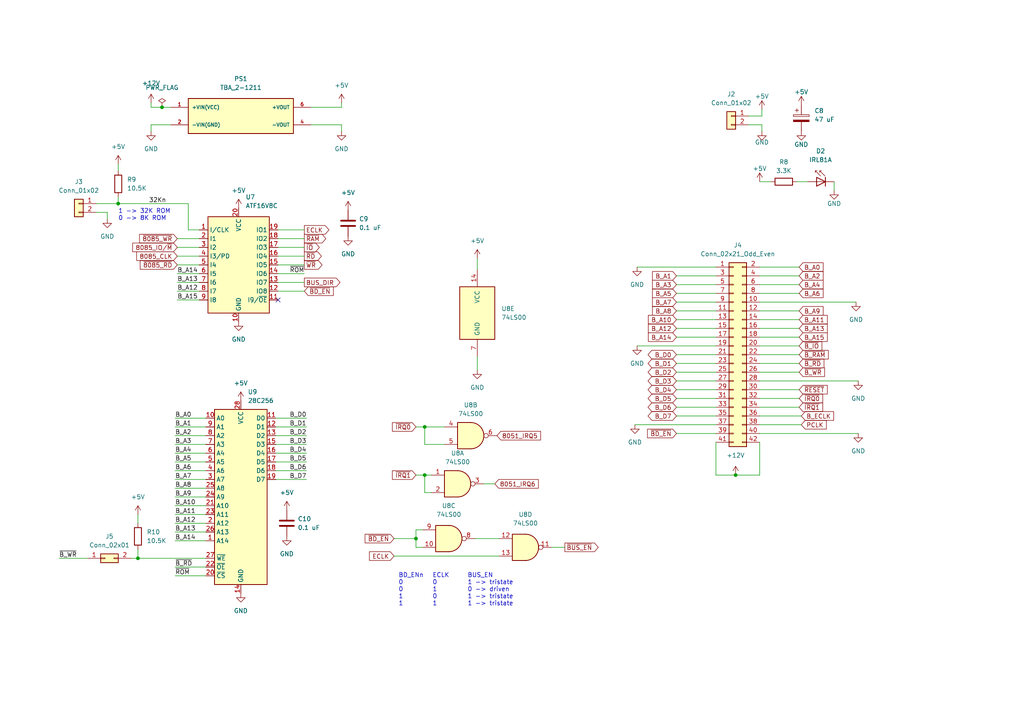
<source format=kicad_sch>
(kicad_sch (version 20230121) (generator eeschema)
  (paper "A4")
  (lib_symbols
    (symbol "0_JDL:ATF16V8C"
      (property "Reference" "U" (at 2.54 16.51 0))
      (property "Value" "ATF16V8C" (at 5.08 13.97 0))
      (symbol "ATF16V8C_0_1"
        (rectangle (start -8.89 12.7) (end 8.89 -15.24) (stroke (width 0.254)) (fill (type background)))
      )
      (symbol "ATF16V8C_1_1"
        (pin input line (at -11.43 8.89 0) (length 2.54) (name "I/CLK") (number "1"))
        (pin power_in line (at 0 -17.78 90) (length 2.54) (name "GND") (number "10"))
        (pin bidirectional line (at 11.43 -11.43 180) (length 2.54) (name "I9/~{OE}") (number "11"))
        (pin bidirectional line (at 11.43 -8.89 180) (length 2.54) (name "IO8") (number "12"))
        (pin bidirectional line (at 11.43 -6.35 180) (length 2.54) (name "IO7") (number "13"))
        (pin bidirectional line (at 11.43 -3.81 180) (length 2.54) (name "IO6") (number "14"))
        (pin bidirectional line (at 11.43 -1.27 180) (length 2.54) (name "IO5") (number "15"))
        (pin bidirectional line (at 11.43 1.27 180) (length 2.54) (name "IO4") (number "16"))
        (pin bidirectional line (at 11.43 3.81 180) (length 2.54) (name "IO3") (number "17"))
        (pin bidirectional line (at 11.43 6.35 180) (length 2.54) (name "IO2") (number "18"))
        (pin bidirectional line (at 11.43 8.89 180) (length 2.54) (name "IO1") (number "19"))
        (pin input line (at -11.43 6.35 0) (length 2.54) (name "I1") (number "2"))
        (pin power_in line (at 0 15.24 270) (length 2.54) (name "VCC") (number "20"))
        (pin input line (at -11.43 3.81 0) (length 2.54) (name "I2") (number "3"))
        (pin input line (at -11.43 1.27 0) (length 2.54) (name "I3/PD") (number "4"))
        (pin input line (at -11.43 -1.27 0) (length 2.54) (name "I4") (number "5"))
        (pin input line (at -11.43 -3.81 0) (length 2.54) (name "I5") (number "6"))
        (pin input line (at -11.43 -6.35 0) (length 2.54) (name "I6") (number "7"))
        (pin input line (at -11.43 -8.89 0) (length 2.54) (name "I7") (number "8"))
        (pin input line (at -11.43 -11.43 0) (length 2.54) (name "I8") (number "9"))
      )
    )
    (symbol "74xx:74LS00" (pin_names (offset 1.016))
      (property "Reference" "U" (at 0 1.27 0))
      (property "Value" "74LS00" (at 0 -1.27 0))
      (symbol "74LS00_1_1"
        (arc (start 0 -3.81) (mid 3.7934 0) (end 0 3.81) (stroke (width 0.254)) (fill (type background)))
        (polyline (pts (xy 0 3.81) (xy -3.81 3.81) (xy -3.81 -3.81) (xy 0 -3.81)) (stroke (width 0.254)) (fill (type background)))
        (pin input line (at -7.62 2.54 0) (length 3.81) (name "~") (number "1"))
        (pin input line (at -7.62 -2.54 0) (length 3.81) (name "~") (number "2"))
        (pin output inverted (at 7.62 0 180) (length 3.81) (name "~") (number "3"))
      )
      (symbol "74LS00_1_2"
        (arc (start -3.81 -3.81) (mid -2.589 0) (end -3.81 3.81) (stroke (width 0.254)))
        (arc (start -0.6096 -3.81) (mid 2.1842 -2.5851) (end 3.81 0) (stroke (width 0.254)) (fill (type background)))
        (polyline (pts (xy -3.81 -3.81) (xy -0.635 -3.81)) (stroke (width 0.254)) (fill (type background)))
        (polyline (pts (xy -3.81 3.81) (xy -0.635 3.81)) (stroke (width 0.254)) (fill (type background)))
        (polyline (pts (xy -0.635 3.81) (xy -3.81 3.81) (xy -3.81 3.81) (xy -3.556 3.4036) (xy -3.0226 2.2606) (xy -2.6924 1.0414) (xy -2.6162 -0.254) (xy -2.7686 -1.4986) (xy -3.175 -2.7178) (xy -3.81 -3.81) (xy -3.81 -3.81) (xy -0.635 -3.81)) (stroke (width -25.4)) (fill (type background)))
        (arc (start 3.81 0) (mid 2.1915 2.5936) (end -0.6096 3.81) (stroke (width 0.254)) (fill (type background)))
        (pin input inverted (at -7.62 2.54 0) (length 4.318) (name "~") (number "1"))
        (pin input inverted (at -7.62 -2.54 0) (length 4.318) (name "~") (number "2"))
        (pin output line (at 7.62 0 180) (length 3.81) (name "~") (number "3"))
      )
      (symbol "74LS00_2_1"
        (arc (start 0 -3.81) (mid 3.7934 0) (end 0 3.81) (stroke (width 0.254)) (fill (type background)))
        (polyline (pts (xy 0 3.81) (xy -3.81 3.81) (xy -3.81 -3.81) (xy 0 -3.81)) (stroke (width 0.254)) (fill (type background)))
        (pin input line (at -7.62 2.54 0) (length 3.81) (name "~") (number "4"))
        (pin input line (at -7.62 -2.54 0) (length 3.81) (name "~") (number "5"))
        (pin output inverted (at 7.62 0 180) (length 3.81) (name "~") (number "6"))
      )
      (symbol "74LS00_2_2"
        (arc (start -3.81 -3.81) (mid -2.589 0) (end -3.81 3.81) (stroke (width 0.254)))
        (arc (start -0.6096 -3.81) (mid 2.1842 -2.5851) (end 3.81 0) (stroke (width 0.254)) (fill (type background)))
        (polyline (pts (xy -3.81 -3.81) (xy -0.635 -3.81)) (stroke (width 0.254)) (fill (type background)))
        (polyline (pts (xy -3.81 3.81) (xy -0.635 3.81)) (stroke (width 0.254)) (fill (type background)))
        (polyline (pts (xy -0.635 3.81) (xy -3.81 3.81) (xy -3.81 3.81) (xy -3.556 3.4036) (xy -3.0226 2.2606) (xy -2.6924 1.0414) (xy -2.6162 -0.254) (xy -2.7686 -1.4986) (xy -3.175 -2.7178) (xy -3.81 -3.81) (xy -3.81 -3.81) (xy -0.635 -3.81)) (stroke (width -25.4)) (fill (type background)))
        (arc (start 3.81 0) (mid 2.1915 2.5936) (end -0.6096 3.81) (stroke (width 0.254)) (fill (type background)))
        (pin input inverted (at -7.62 2.54 0) (length 4.318) (name "~") (number "4"))
        (pin input inverted (at -7.62 -2.54 0) (length 4.318) (name "~") (number "5"))
        (pin output line (at 7.62 0 180) (length 3.81) (name "~") (number "6"))
      )
      (symbol "74LS00_3_1"
        (arc (start 0 -3.81) (mid 3.7934 0) (end 0 3.81) (stroke (width 0.254)) (fill (type background)))
        (polyline (pts (xy 0 3.81) (xy -3.81 3.81) (xy -3.81 -3.81) (xy 0 -3.81)) (stroke (width 0.254)) (fill (type background)))
        (pin input line (at -7.62 -2.54 0) (length 3.81) (name "~") (number "10"))
        (pin output inverted (at 7.62 0 180) (length 3.81) (name "~") (number "8"))
        (pin input line (at -7.62 2.54 0) (length 3.81) (name "~") (number "9"))
      )
      (symbol "74LS00_3_2"
        (arc (start -3.81 -3.81) (mid -2.589 0) (end -3.81 3.81) (stroke (width 0.254)))
        (arc (start -0.6096 -3.81) (mid 2.1842 -2.5851) (end 3.81 0) (stroke (width 0.254)) (fill (type background)))
        (polyline (pts (xy -3.81 -3.81) (xy -0.635 -3.81)) (stroke (width 0.254)) (fill (type background)))
        (polyline (pts (xy -3.81 3.81) (xy -0.635 3.81)) (stroke (width 0.254)) (fill (type background)))
        (polyline (pts (xy -0.635 3.81) (xy -3.81 3.81) (xy -3.81 3.81) (xy -3.556 3.4036) (xy -3.0226 2.2606) (xy -2.6924 1.0414) (xy -2.6162 -0.254) (xy -2.7686 -1.4986) (xy -3.175 -2.7178) (xy -3.81 -3.81) (xy -3.81 -3.81) (xy -0.635 -3.81)) (stroke (width -25.4)) (fill (type background)))
        (arc (start 3.81 0) (mid 2.1915 2.5936) (end -0.6096 3.81) (stroke (width 0.254)) (fill (type background)))
        (pin input inverted (at -7.62 -2.54 0) (length 4.318) (name "~") (number "10"))
        (pin output line (at 7.62 0 180) (length 3.81) (name "~") (number "8"))
        (pin input inverted (at -7.62 2.54 0) (length 4.318) (name "~") (number "9"))
      )
      (symbol "74LS00_4_1"
        (arc (start 0 -3.81) (mid 3.7934 0) (end 0 3.81) (stroke (width 0.254)) (fill (type background)))
        (polyline (pts (xy 0 3.81) (xy -3.81 3.81) (xy -3.81 -3.81) (xy 0 -3.81)) (stroke (width 0.254)) (fill (type background)))
        (pin output inverted (at 7.62 0 180) (length 3.81) (name "~") (number "11"))
        (pin input line (at -7.62 2.54 0) (length 3.81) (name "~") (number "12"))
        (pin input line (at -7.62 -2.54 0) (length 3.81) (name "~") (number "13"))
      )
      (symbol "74LS00_4_2"
        (arc (start -3.81 -3.81) (mid -2.589 0) (end -3.81 3.81) (stroke (width 0.254)))
        (arc (start -0.6096 -3.81) (mid 2.1842 -2.5851) (end 3.81 0) (stroke (width 0.254)) (fill (type background)))
        (polyline (pts (xy -3.81 -3.81) (xy -0.635 -3.81)) (stroke (width 0.254)) (fill (type background)))
        (polyline (pts (xy -3.81 3.81) (xy -0.635 3.81)) (stroke (width 0.254)) (fill (type background)))
        (polyline (pts (xy -0.635 3.81) (xy -3.81 3.81) (xy -3.81 3.81) (xy -3.556 3.4036) (xy -3.0226 2.2606) (xy -2.6924 1.0414) (xy -2.6162 -0.254) (xy -2.7686 -1.4986) (xy -3.175 -2.7178) (xy -3.81 -3.81) (xy -3.81 -3.81) (xy -0.635 -3.81)) (stroke (width -25.4)) (fill (type background)))
        (arc (start 3.81 0) (mid 2.1915 2.5936) (end -0.6096 3.81) (stroke (width 0.254)) (fill (type background)))
        (pin output line (at 7.62 0 180) (length 3.81) (name "~") (number "11"))
        (pin input inverted (at -7.62 2.54 0) (length 4.318) (name "~") (number "12"))
        (pin input inverted (at -7.62 -2.54 0) (length 4.318) (name "~") (number "13"))
      )
      (symbol "74LS00_5_0"
        (pin power_in line (at 0 12.7 270) (length 5.08) (name "VCC") (number "14"))
        (pin power_in line (at 0 -12.7 90) (length 5.08) (name "GND") (number "7"))
      )
      (symbol "74LS00_5_1"
        (rectangle (start -5.08 7.62) (end 5.08 -7.62) (stroke (width 0.254)) (fill (type background)))
      )
    )
    (symbol "Connector_Generic:Conn_01x02" (pin_names (offset 1.016) hide)
      (property "Reference" "J" (at 0 2.54 0))
      (property "Value" "Conn_01x02" (at 0 -5.08 0))
      (symbol "Conn_01x02_1_1"
        (rectangle (start -1.27 -2.413) (end 0 -2.667) (stroke (width 0.1524)))
        (rectangle (start -1.27 0.127) (end 0 -0.127) (stroke (width 0.1524)))
        (rectangle (start -1.27 1.27) (end 1.27 -3.81) (stroke (width 0.254)) (fill (type background)))
        (pin passive line (at -5.08 0 0) (length 3.81) (name "Pin_1") (number "1"))
        (pin passive line (at -5.08 -2.54 0) (length 3.81) (name "Pin_2") (number "2"))
      )
    )
    (symbol "Connector_Generic:Conn_02x01" (pin_names (offset 1.016) hide)
      (property "Reference" "J" (at 1.27 2.54 0))
      (property "Value" "Conn_02x01" (at 1.27 -2.54 0))
      (symbol "Conn_02x01_1_1"
        (rectangle (start -1.27 0.127) (end 0 -0.127) (stroke (width 0.1524)))
        (rectangle (start -1.27 1.27) (end 3.81 -1.27) (stroke (width 0.254)) (fill (type background)))
        (rectangle (start 3.81 0.127) (end 2.54 -0.127) (stroke (width 0.1524)))
        (pin passive line (at -5.08 0 0) (length 3.81) (name "Pin_1") (number "1"))
        (pin passive line (at 7.62 0 180) (length 3.81) (name "Pin_2") (number "2"))
      )
    )
    (symbol "Connector_Generic:Conn_02x21_Odd_Even" (pin_names (offset 1.016) hide)
      (property "Reference" "J" (at 1.27 27.94 0))
      (property "Value" "Conn_02x21_Odd_Even" (at 1.27 -27.94 0))
      (symbol "Conn_02x21_Odd_Even_1_1"
        (rectangle (start -1.27 -25.273) (end 0 -25.527) (stroke (width 0.1524)))
        (rectangle (start -1.27 -22.733) (end 0 -22.987) (stroke (width 0.1524)))
        (rectangle (start -1.27 -20.193) (end 0 -20.447) (stroke (width 0.1524)))
        (rectangle (start -1.27 -17.653) (end 0 -17.907) (stroke (width 0.1524)))
        (rectangle (start -1.27 -15.113) (end 0 -15.367) (stroke (width 0.1524)))
        (rectangle (start -1.27 -12.573) (end 0 -12.827) (stroke (width 0.1524)))
        (rectangle (start -1.27 -10.033) (end 0 -10.287) (stroke (width 0.1524)))
        (rectangle (start -1.27 -7.493) (end 0 -7.747) (stroke (width 0.1524)))
        (rectangle (start -1.27 -4.953) (end 0 -5.207) (stroke (width 0.1524)))
        (rectangle (start -1.27 -2.413) (end 0 -2.667) (stroke (width 0.1524)))
        (rectangle (start -1.27 0.127) (end 0 -0.127) (stroke (width 0.1524)))
        (rectangle (start -1.27 2.667) (end 0 2.413) (stroke (width 0.1524)))
        (rectangle (start -1.27 5.207) (end 0 4.953) (stroke (width 0.1524)))
        (rectangle (start -1.27 7.747) (end 0 7.493) (stroke (width 0.1524)))
        (rectangle (start -1.27 10.287) (end 0 10.033) (stroke (width 0.1524)))
        (rectangle (start -1.27 12.827) (end 0 12.573) (stroke (width 0.1524)))
        (rectangle (start -1.27 15.367) (end 0 15.113) (stroke (width 0.1524)))
        (rectangle (start -1.27 17.907) (end 0 17.653) (stroke (width 0.1524)))
        (rectangle (start -1.27 20.447) (end 0 20.193) (stroke (width 0.1524)))
        (rectangle (start -1.27 22.987) (end 0 22.733) (stroke (width 0.1524)))
        (rectangle (start -1.27 25.527) (end 0 25.273) (stroke (width 0.1524)))
        (rectangle (start -1.27 26.67) (end 3.81 -26.67) (stroke (width 0.254)) (fill (type background)))
        (rectangle (start 3.81 -25.273) (end 2.54 -25.527) (stroke (width 0.1524)))
        (rectangle (start 3.81 -22.733) (end 2.54 -22.987) (stroke (width 0.1524)))
        (rectangle (start 3.81 -20.193) (end 2.54 -20.447) (stroke (width 0.1524)))
        (rectangle (start 3.81 -17.653) (end 2.54 -17.907) (stroke (width 0.1524)))
        (rectangle (start 3.81 -15.113) (end 2.54 -15.367) (stroke (width 0.1524)))
        (rectangle (start 3.81 -12.573) (end 2.54 -12.827) (stroke (width 0.1524)))
        (rectangle (start 3.81 -10.033) (end 2.54 -10.287) (stroke (width 0.1524)))
        (rectangle (start 3.81 -7.493) (end 2.54 -7.747) (stroke (width 0.1524)))
        (rectangle (start 3.81 -4.953) (end 2.54 -5.207) (stroke (width 0.1524)))
        (rectangle (start 3.81 -2.413) (end 2.54 -2.667) (stroke (width 0.1524)))
        (rectangle (start 3.81 0.127) (end 2.54 -0.127) (stroke (width 0.1524)))
        (rectangle (start 3.81 2.667) (end 2.54 2.413) (stroke (width 0.1524)))
        (rectangle (start 3.81 5.207) (end 2.54 4.953) (stroke (width 0.1524)))
        (rectangle (start 3.81 7.747) (end 2.54 7.493) (stroke (width 0.1524)))
        (rectangle (start 3.81 10.287) (end 2.54 10.033) (stroke (width 0.1524)))
        (rectangle (start 3.81 12.827) (end 2.54 12.573) (stroke (width 0.1524)))
        (rectangle (start 3.81 15.367) (end 2.54 15.113) (stroke (width 0.1524)))
        (rectangle (start 3.81 17.907) (end 2.54 17.653) (stroke (width 0.1524)))
        (rectangle (start 3.81 20.447) (end 2.54 20.193) (stroke (width 0.1524)))
        (rectangle (start 3.81 22.987) (end 2.54 22.733) (stroke (width 0.1524)))
        (rectangle (start 3.81 25.527) (end 2.54 25.273) (stroke (width 0.1524)))
        (pin passive line (at -5.08 25.4 0) (length 3.81) (name "Pin_1") (number "1"))
        (pin passive line (at 7.62 15.24 180) (length 3.81) (name "Pin_10") (number "10"))
        (pin passive line (at -5.08 12.7 0) (length 3.81) (name "Pin_11") (number "11"))
        (pin passive line (at 7.62 12.7 180) (length 3.81) (name "Pin_12") (number "12"))
        (pin passive line (at -5.08 10.16 0) (length 3.81) (name "Pin_13") (number "13"))
        (pin passive line (at 7.62 10.16 180) (length 3.81) (name "Pin_14") (number "14"))
        (pin passive line (at -5.08 7.62 0) (length 3.81) (name "Pin_15") (number "15"))
        (pin passive line (at 7.62 7.62 180) (length 3.81) (name "Pin_16") (number "16"))
        (pin passive line (at -5.08 5.08 0) (length 3.81) (name "Pin_17") (number "17"))
        (pin passive line (at 7.62 5.08 180) (length 3.81) (name "Pin_18") (number "18"))
        (pin passive line (at -5.08 2.54 0) (length 3.81) (name "Pin_19") (number "19"))
        (pin passive line (at 7.62 25.4 180) (length 3.81) (name "Pin_2") (number "2"))
        (pin passive line (at 7.62 2.54 180) (length 3.81) (name "Pin_20") (number "20"))
        (pin passive line (at -5.08 0 0) (length 3.81) (name "Pin_21") (number "21"))
        (pin passive line (at 7.62 0 180) (length 3.81) (name "Pin_22") (number "22"))
        (pin passive line (at -5.08 -2.54 0) (length 3.81) (name "Pin_23") (number "23"))
        (pin passive line (at 7.62 -2.54 180) (length 3.81) (name "Pin_24") (number "24"))
        (pin passive line (at -5.08 -5.08 0) (length 3.81) (name "Pin_25") (number "25"))
        (pin passive line (at 7.62 -5.08 180) (length 3.81) (name "Pin_26") (number "26"))
        (pin passive line (at -5.08 -7.62 0) (length 3.81) (name "Pin_27") (number "27"))
        (pin passive line (at 7.62 -7.62 180) (length 3.81) (name "Pin_28") (number "28"))
        (pin passive line (at -5.08 -10.16 0) (length 3.81) (name "Pin_29") (number "29"))
        (pin passive line (at -5.08 22.86 0) (length 3.81) (name "Pin_3") (number "3"))
        (pin passive line (at 7.62 -10.16 180) (length 3.81) (name "Pin_30") (number "30"))
        (pin passive line (at -5.08 -12.7 0) (length 3.81) (name "Pin_31") (number "31"))
        (pin passive line (at 7.62 -12.7 180) (length 3.81) (name "Pin_32") (number "32"))
        (pin passive line (at -5.08 -15.24 0) (length 3.81) (name "Pin_33") (number "33"))
        (pin passive line (at 7.62 -15.24 180) (length 3.81) (name "Pin_34") (number "34"))
        (pin passive line (at -5.08 -17.78 0) (length 3.81) (name "Pin_35") (number "35"))
        (pin passive line (at 7.62 -17.78 180) (length 3.81) (name "Pin_36") (number "36"))
        (pin passive line (at -5.08 -20.32 0) (length 3.81) (name "Pin_37") (number "37"))
        (pin passive line (at 7.62 -20.32 180) (length 3.81) (name "Pin_38") (number "38"))
        (pin passive line (at -5.08 -22.86 0) (length 3.81) (name "Pin_39") (number "39"))
        (pin passive line (at 7.62 22.86 180) (length 3.81) (name "Pin_4") (number "4"))
        (pin passive line (at 7.62 -22.86 180) (length 3.81) (name "Pin_40") (number "40"))
        (pin passive line (at -5.08 -25.4 0) (length 3.81) (name "Pin_41") (number "41"))
        (pin passive line (at 7.62 -25.4 180) (length 3.81) (name "Pin_42") (number "42"))
        (pin passive line (at -5.08 20.32 0) (length 3.81) (name "Pin_5") (number "5"))
        (pin passive line (at 7.62 20.32 180) (length 3.81) (name "Pin_6") (number "6"))
        (pin passive line (at -5.08 17.78 0) (length 3.81) (name "Pin_7") (number "7"))
        (pin passive line (at 7.62 17.78 180) (length 3.81) (name "Pin_8") (number "8"))
        (pin passive line (at -5.08 15.24 0) (length 3.81) (name "Pin_9") (number "9"))
      )
    )
    (symbol "Device:C" (pin_numbers hide) (pin_names (offset 0.254))
      (property "Reference" "C" (at 0.635 2.54 0))
      (property "Value" "C" (at 0.635 -2.54 0))
      (symbol "C_0_1"
        (polyline (pts (xy -2.032 -0.762) (xy 2.032 -0.762)) (stroke (width 0.508)))
        (polyline (pts (xy -2.032 0.762) (xy 2.032 0.762)) (stroke (width 0.508)))
      )
      (symbol "C_1_1"
        (pin passive line (at 0 3.81 270) (length 2.794) (name "~") (number "1"))
        (pin passive line (at 0 -3.81 90) (length 2.794) (name "~") (number "2"))
      )
    )
    (symbol "Device:C_Polarized" (pin_numbers hide) (pin_names (offset 0.254))
      (property "Reference" "C" (at 0.635 2.54 0))
      (property "Value" "C_Polarized" (at 0.635 -2.54 0))
      (symbol "C_Polarized_0_1"
        (rectangle (start -2.286 0.508) (end 2.286 1.016))
        (polyline (pts (xy -1.778 2.286) (xy -0.762 2.286)))
        (polyline (pts (xy -1.27 2.794) (xy -1.27 1.778)))
        (rectangle (start 2.286 -0.508) (end -2.286 -1.016) (fill (type outline)))
      )
      (symbol "C_Polarized_1_1"
        (pin passive line (at 0 3.81 270) (length 2.794) (name "~") (number "1"))
        (pin passive line (at 0 -3.81 90) (length 2.794) (name "~") (number "2"))
      )
    )
    (symbol "Device:R" (pin_numbers hide) (pin_names (offset 0))
      (property "Reference" "R" (at 2.032 0 90))
      (property "Value" "R" (at 0 0 90))
      (symbol "R_0_1"
        (rectangle (start -1.016 -2.54) (end 1.016 2.54) (stroke (width 0.254)))
      )
      (symbol "R_1_1"
        (pin passive line (at 0 3.81 270) (length 1.27) (name "~") (number "1"))
        (pin passive line (at 0 -3.81 90) (length 1.27) (name "~") (number "2"))
      )
    )
    (symbol "LED:IRL81A" (pin_numbers hide) (pin_names (offset 1.016) hide)
      (property "Reference" "D" (at 0.508 1.778 0))
      (property "Value" "IRL81A" (at -1.016 -2.794 0))
      (symbol "IRL81A_0_1"
        (polyline (pts (xy -2.54 0) (xy 0 0)))
        (polyline (pts (xy -2.54 1.27) (xy -2.54 -1.27)) (stroke (width 0.254)))
        (polyline (pts (xy 0.381 3.175) (xy -0.127 3.175)))
        (polyline (pts (xy -1.143 1.651) (xy 0.381 3.175) (xy 0.381 2.667)))
        (polyline (pts (xy 0 -1.27) (xy 0 1.27) (xy -2.54 0) (xy 0 -1.27)) (stroke (width 0.254)))
        (polyline (pts (xy -2.413 1.651) (xy -0.889 3.175) (xy -0.889 2.667) (xy -0.889 3.175) (xy -1.397 3.175)))
      )
      (symbol "IRL81A_1_1"
        (pin passive line (at -5.08 0 0) (length 2.54) (name "K") (number "1"))
        (pin passive line (at 2.54 0 180) (length 2.54) (name "A") (number "2"))
      )
    )
    (symbol "Memory_EEPROM:28C256"
      (property "Reference" "U" (at -7.62 26.67 0))
      (property "Value" "28C256" (at 2.54 -26.67 0))
      (symbol "28C256_1_1"
        (rectangle (start -7.62 25.4) (end 7.62 -25.4) (stroke (width 0.254)) (fill (type background)))
        (pin input line (at -10.16 -12.7 0) (length 2.54) (name "A14") (number "1"))
        (pin input line (at -10.16 22.86 0) (length 2.54) (name "A0") (number "10"))
        (pin tri_state line (at 10.16 22.86 180) (length 2.54) (name "D0") (number "11"))
        (pin tri_state line (at 10.16 20.32 180) (length 2.54) (name "D1") (number "12"))
        (pin tri_state line (at 10.16 17.78 180) (length 2.54) (name "D2") (number "13"))
        (pin power_in line (at 0 -27.94 90) (length 2.54) (name "GND") (number "14"))
        (pin tri_state line (at 10.16 15.24 180) (length 2.54) (name "D3") (number "15"))
        (pin tri_state line (at 10.16 12.7 180) (length 2.54) (name "D4") (number "16"))
        (pin tri_state line (at 10.16 10.16 180) (length 2.54) (name "D5") (number "17"))
        (pin tri_state line (at 10.16 7.62 180) (length 2.54) (name "D6") (number "18"))
        (pin tri_state line (at 10.16 5.08 180) (length 2.54) (name "D7") (number "19"))
        (pin input line (at -10.16 -7.62 0) (length 2.54) (name "A12") (number "2"))
        (pin input line (at -10.16 -22.86 0) (length 2.54) (name "~{CS}") (number "20"))
        (pin input line (at -10.16 -2.54 0) (length 2.54) (name "A10") (number "21"))
        (pin input line (at -10.16 -20.32 0) (length 2.54) (name "~{OE}") (number "22"))
        (pin input line (at -10.16 -5.08 0) (length 2.54) (name "A11") (number "23"))
        (pin input line (at -10.16 0 0) (length 2.54) (name "A9") (number "24"))
        (pin input line (at -10.16 2.54 0) (length 2.54) (name "A8") (number "25"))
        (pin input line (at -10.16 -10.16 0) (length 2.54) (name "A13") (number "26"))
        (pin input line (at -10.16 -17.78 0) (length 2.54) (name "~{WE}") (number "27"))
        (pin power_in line (at 0 27.94 270) (length 2.54) (name "VCC") (number "28"))
        (pin input line (at -10.16 5.08 0) (length 2.54) (name "A7") (number "3"))
        (pin input line (at -10.16 7.62 0) (length 2.54) (name "A6") (number "4"))
        (pin input line (at -10.16 10.16 0) (length 2.54) (name "A5") (number "5"))
        (pin input line (at -10.16 12.7 0) (length 2.54) (name "A4") (number "6"))
        (pin input line (at -10.16 15.24 0) (length 2.54) (name "A3") (number "7"))
        (pin input line (at -10.16 17.78 0) (length 2.54) (name "A2") (number "8"))
        (pin input line (at -10.16 20.32 0) (length 2.54) (name "A1") (number "9"))
      )
    )
    (symbol "TBA_2-1211:TBA_2-1211" (pin_names (offset 1.016))
      (property "Reference" "PS" (at -15.24 5.842 0))
      (property "Value" "TBA_2-1211" (at -15.24 -5.842 0))
      (symbol "TBA_2-1211_0_0"
        (rectangle (start -15.24 -5.08) (end 15.24 5.08) (stroke (width 0.254)) (fill (type background)))
        (pin input line (at -20.32 2.54 0) (length 5.08) (name "+VIN(VCC)") (number "1"))
        (pin input line (at -20.32 -2.54 0) (length 5.08) (name "-VIN(GND)") (number "2"))
        (pin output line (at 20.32 -2.54 180) (length 5.08) (name "-VOUT") (number "4"))
        (pin output line (at 20.32 2.54 180) (length 5.08) (name "+VOUT") (number "6"))
      )
    )
    (symbol "power:+12V" (power) (pin_names (offset 0))
      (property "Value" "+12V" (at 0 3.556 0))
      (symbol "+12V_0_1"
        (polyline (pts (xy -0.762 1.27) (xy 0 2.54)))
        (polyline (pts (xy 0 0) (xy 0 2.54)))
        (polyline (pts (xy 0 2.54) (xy 0.762 1.27)))
      )
      (symbol "+12V_1_1"
        (pin power_in line (at 0 0 90) (length 0) hide (name "+12V") (number "1"))
      )
    )
    (symbol "power:+5V" (power) (pin_names (offset 0))
      (property "Value" "+5V" (at 0 3.556 0))
      (symbol "+5V_0_1"
        (polyline (pts (xy -0.762 1.27) (xy 0 2.54)))
        (polyline (pts (xy 0 0) (xy 0 2.54)))
        (polyline (pts (xy 0 2.54) (xy 0.762 1.27)))
      )
      (symbol "+5V_1_1"
        (pin power_in line (at 0 0 90) (length 0) hide (name "+5V") (number "1"))
      )
    )
    (symbol "power:GND" (power) (pin_names (offset 0))
      (property "Value" "GND" (at 0 -3.81 0))
      (symbol "GND_0_1"
        (polyline (pts (xy 0 0) (xy 0 -1.27) (xy 1.27 -1.27) (xy 0 -2.54) (xy -1.27 -1.27) (xy 0 -1.27)))
      )
      (symbol "GND_1_1"
        (pin power_in line (at 0 0 270) (length 0) hide (name "GND") (number "1"))
      )
    )
    (symbol "power:PWR_FLAG" (power) (pin_numbers hide) (pin_names (offset 0) hide)
      (property "Value" "PWR_FLAG" (at 0 3.81 0))
      (symbol "PWR_FLAG_0_0"
        (pin power_out line (at 0 0 90) (length 0) (name "pwr") (number "1"))
      )
      (symbol "PWR_FLAG_0_1"
        (polyline (pts (xy 0 0) (xy 0 1.27) (xy -1.016 1.905) (xy 0 2.54) (xy 1.016 1.905) (xy 0 1.27)))
      )
    )
  )
  (junction (at 40.005 161.925))
  (junction (at 120.65 156.21))
  (junction (at 34.29 59.055))
  (junction (at 213.36 137.795))
  (junction (at 123.19 123.825))
  (junction (at 123.19 137.795))
  (junction (at 46.99 31.115))
  (no_connect (at 80.645 86.995))
  (wire (pts (xy 50.8 151.765) (xy 59.69 151.765)))
  (wire (pts (xy 138.43 103.505) (xy 138.43 107.315)))
  (wire (pts (xy 196.215 125.73) (xy 207.645 125.73)))
  (wire (pts (xy 184.785 77.47) (xy 207.645 77.47)))
  (wire (pts (xy 80.645 71.755) (xy 88.265 71.755)))
  (wire (pts (xy 196.215 90.17) (xy 207.645 90.17)))
  (wire (pts (xy 196.215 120.65) (xy 207.645 120.65)))
  (wire (pts (xy 220.345 120.65) (xy 232.41 120.65)))
  (wire (pts (xy 51.435 79.375) (xy 57.785 79.375)))
  (wire (pts (xy 217.17 36.195) (xy 220.98 36.195)))
  (wire (pts (xy 160.02 158.75) (xy 163.83 158.75)))
  (wire (pts (xy 196.215 97.79) (xy 207.645 97.79)))
  (wire (pts (xy 220.345 102.87) (xy 231.775 102.87)))
  (wire (pts (xy 196.215 115.57) (xy 207.645 115.57)))
  (wire (pts (xy 50.8 167.005) (xy 59.69 167.005)))
  (wire (pts (xy 50.8 126.365) (xy 59.69 126.365)))
  (wire (pts (xy 220.345 125.73) (xy 248.92 125.73)))
  (wire (pts (xy 220.345 113.03) (xy 231.775 113.03)))
  (wire (pts (xy 122.555 153.67) (xy 120.65 153.67)))
  (wire (pts (xy 120.65 158.75) (xy 122.555 158.75)))
  (wire (pts (xy 80.645 69.215) (xy 88.265 69.215)))
  (wire (pts (xy 27.94 59.055) (xy 34.29 59.055)))
  (wire (pts (xy 38.1 161.925) (xy 40.005 161.925)))
  (wire (pts (xy 43.815 31.115) (xy 46.99 31.115)))
  (wire (pts (xy 51.435 76.835) (xy 57.785 76.835)))
  (wire (pts (xy 196.215 110.49) (xy 207.645 110.49)))
  (wire (pts (xy 80.645 79.375) (xy 88.265 79.375)))
  (wire (pts (xy 80.645 84.455) (xy 88.265 84.455)))
  (wire (pts (xy 90.17 31.115) (xy 99.06 31.115)))
  (wire (pts (xy 220.345 128.27) (xy 220.345 137.795)))
  (wire (pts (xy 80.645 81.915) (xy 88.265 81.915)))
  (wire (pts (xy 114.3 161.29) (xy 144.78 161.29)))
  (wire (pts (xy 123.19 137.795) (xy 123.19 142.875)))
  (wire (pts (xy 80.645 66.675) (xy 88.265 66.675)))
  (wire (pts (xy 99.06 29.845) (xy 99.06 31.115)))
  (wire (pts (xy 220.345 82.55) (xy 231.775 82.55)))
  (wire (pts (xy 57.785 66.675) (xy 54.61 66.675)))
  (wire (pts (xy 196.215 85.09) (xy 207.645 85.09)))
  (wire (pts (xy 120.65 153.67) (xy 120.65 156.21)))
  (wire (pts (xy 196.215 102.87) (xy 207.645 102.87)))
  (wire (pts (xy 220.345 110.49) (xy 248.92 110.49)))
  (wire (pts (xy 123.19 123.825) (xy 128.905 123.825)))
  (wire (pts (xy 120.65 123.825) (xy 123.19 123.825)))
  (wire (pts (xy 207.645 137.795) (xy 213.36 137.795)))
  (wire (pts (xy 220.345 118.11) (xy 231.775 118.11)))
  (wire (pts (xy 120.65 137.795) (xy 123.19 137.795)))
  (wire (pts (xy 220.345 52.705) (xy 223.52 52.705)))
  (wire (pts (xy 220.345 100.33) (xy 231.775 100.33)))
  (wire (pts (xy 80.01 128.905) (xy 88.9 128.905)))
  (wire (pts (xy 80.01 139.065) (xy 88.9 139.065)))
  (wire (pts (xy 80.645 74.295) (xy 88.265 74.295)))
  (wire (pts (xy 50.8 128.905) (xy 59.69 128.905)))
  (wire (pts (xy 220.345 115.57) (xy 231.775 115.57)))
  (wire (pts (xy 50.8 136.525) (xy 59.69 136.525)))
  (wire (pts (xy 80.01 121.285) (xy 88.9 121.285)))
  (wire (pts (xy 46.99 31.115) (xy 49.53 31.115)))
  (wire (pts (xy 140.335 140.335) (xy 143.51 140.335)))
  (wire (pts (xy 17.145 161.925) (xy 25.4 161.925)))
  (wire (pts (xy 50.8 144.145) (xy 59.69 144.145)))
  (wire (pts (xy 184.15 123.19) (xy 207.645 123.19)))
  (wire (pts (xy 31.115 61.595) (xy 31.115 63.5)))
  (wire (pts (xy 196.215 118.11) (xy 207.645 118.11)))
  (wire (pts (xy 220.345 90.17) (xy 231.775 90.17)))
  (wire (pts (xy 114.3 156.21) (xy 120.65 156.21)))
  (wire (pts (xy 80.01 126.365) (xy 88.9 126.365)))
  (wire (pts (xy 123.19 123.825) (xy 123.19 128.905)))
  (wire (pts (xy 196.215 87.63) (xy 207.645 87.63)))
  (wire (pts (xy 51.435 69.215) (xy 57.785 69.215)))
  (wire (pts (xy 220.98 38.1) (xy 220.98 36.195)))
  (wire (pts (xy 196.215 113.03) (xy 207.645 113.03)))
  (wire (pts (xy 54.61 59.055) (xy 54.61 66.675)))
  (wire (pts (xy 51.435 81.915) (xy 57.785 81.915)))
  (wire (pts (xy 196.215 92.71) (xy 207.645 92.71)))
  (wire (pts (xy 125.095 137.795) (xy 123.19 137.795)))
  (wire (pts (xy 90.17 36.195) (xy 99.06 36.195)))
  (wire (pts (xy 80.01 133.985) (xy 88.9 133.985)))
  (wire (pts (xy 220.345 107.95) (xy 231.775 107.95)))
  (wire (pts (xy 50.8 131.445) (xy 59.69 131.445)))
  (wire (pts (xy 220.345 105.41) (xy 231.775 105.41)))
  (wire (pts (xy 34.29 59.055) (xy 54.61 59.055)))
  (wire (pts (xy 40.005 149.225) (xy 40.005 151.765)))
  (wire (pts (xy 51.435 86.995) (xy 57.785 86.995)))
  (wire (pts (xy 220.345 80.01) (xy 231.775 80.01)))
  (wire (pts (xy 40.005 159.385) (xy 40.005 161.925)))
  (wire (pts (xy 27.94 61.595) (xy 31.115 61.595)))
  (wire (pts (xy 34.29 47.625) (xy 34.29 49.53)))
  (wire (pts (xy 51.435 84.455) (xy 57.785 84.455)))
  (wire (pts (xy 50.8 133.985) (xy 59.69 133.985)))
  (wire (pts (xy 220.345 92.71) (xy 231.775 92.71)))
  (wire (pts (xy 220.345 85.09) (xy 231.775 85.09)))
  (wire (pts (xy 207.645 128.27) (xy 207.645 137.795)))
  (wire (pts (xy 196.215 82.55) (xy 207.645 82.55)))
  (wire (pts (xy 50.8 164.465) (xy 59.69 164.465)))
  (wire (pts (xy 120.65 156.21) (xy 120.65 158.75)))
  (wire (pts (xy 80.01 136.525) (xy 88.9 136.525)))
  (wire (pts (xy 50.8 149.225) (xy 59.69 149.225)))
  (wire (pts (xy 51.435 74.295) (xy 57.785 74.295)))
  (wire (pts (xy 220.345 77.47) (xy 231.775 77.47)))
  (wire (pts (xy 196.215 105.41) (xy 207.645 105.41)))
  (wire (pts (xy 241.935 52.705) (xy 241.935 55.245)))
  (wire (pts (xy 217.17 33.655) (xy 220.98 33.655)))
  (wire (pts (xy 213.36 137.795) (xy 220.345 137.795)))
  (wire (pts (xy 125.095 142.875) (xy 123.19 142.875)))
  (wire (pts (xy 128.905 128.905) (xy 123.19 128.905)))
  (wire (pts (xy 196.215 107.95) (xy 207.645 107.95)))
  (wire (pts (xy 231.14 52.705) (xy 234.315 52.705)))
  (wire (pts (xy 80.645 76.835) (xy 88.265 76.835)))
  (wire (pts (xy 49.53 36.195) (xy 43.815 36.195)))
  (wire (pts (xy 40.005 161.925) (xy 59.69 161.925)))
  (wire (pts (xy 50.8 156.845) (xy 59.69 156.845)))
  (wire (pts (xy 80.01 131.445) (xy 88.9 131.445)))
  (wire (pts (xy 220.98 33.655) (xy 220.98 31.75)))
  (wire (pts (xy 43.815 36.195) (xy 43.815 38.1)))
  (wire (pts (xy 137.795 156.21) (xy 144.78 156.21)))
  (wire (pts (xy 220.345 87.63) (xy 248.285 87.63)))
  (wire (pts (xy 184.785 100.33) (xy 207.645 100.33)))
  (wire (pts (xy 220.345 123.19) (xy 232.41 123.19)))
  (wire (pts (xy 50.8 121.285) (xy 59.69 121.285)))
  (wire (pts (xy 50.8 154.305) (xy 59.69 154.305)))
  (wire (pts (xy 99.06 36.195) (xy 99.06 38.1)))
  (wire (pts (xy 80.01 123.825) (xy 88.9 123.825)))
  (wire (pts (xy 50.8 146.685) (xy 59.69 146.685)))
  (wire (pts (xy 196.215 95.25) (xy 207.645 95.25)))
  (wire (pts (xy 43.815 29.845) (xy 43.815 31.115)))
  (wire (pts (xy 196.215 80.01) (xy 207.645 80.01)))
  (wire (pts (xy 51.435 71.755) (xy 57.785 71.755)))
  (wire (pts (xy 220.345 97.79) (xy 231.775 97.79)))
  (wire (pts (xy 138.43 74.93) (xy 138.43 78.105)))
  (wire (pts (xy 50.8 139.065) (xy 59.69 139.065)))
  (wire (pts (xy 34.29 57.15) (xy 34.29 59.055)))
  (wire (pts (xy 220.345 95.25) (xy 231.775 95.25)))
  (wire (pts (xy 50.8 123.825) (xy 59.69 123.825)))
  (wire (pts (xy 50.8 141.605) (xy 59.69 141.605)))
  (text "1 -> 32K ROM\n0 -> 8K ROM" (at 34.29 64.135 0) (effects (font (size 1.27 1.27)) (justify left bottom)))
  (text "BD_ENn	ECLK	BUS_EN\n0		0		1 -> tristate\n0		1		0 -> driven\n1		0		1 -> tristate\n1		1		1 -> tristate" (at 115.57 175.895 0) (effects (font (size 1.27 1.27)) (justify left bottom)))
  (label "32Kn" (at 43.18 59.055 0))
  (label "B_A0" (at 50.8 121.285 0))
  (label "B_D7" (at 88.9 139.065 180))
  (label "B_A15" (at 51.435 86.995 0))
  (label "B_A8" (at 50.8 141.605 0))
  (label "B_A10" (at 50.8 146.685 0))
  (label "B_A9" (at 50.8 144.145 0))
  (label "B_A14" (at 50.8 156.845 0))
  (label "B_D1" (at 88.9 123.825 180))
  (label "B_D0" (at 88.9 121.285 180))
  (label "B_A14" (at 51.435 79.375 0))
  (label "B_A11" (at 50.8 149.225 0))
  (label "B_D5" (at 88.9 133.985 180))
  (label "B_A7" (at 50.8 139.065 0))
  (label "B_D2" (at 88.9 126.365 180))
  (label "B_D6" (at 88.9 136.525 180))
  (label "B_A12" (at 50.8 151.765 0))
  (label "B_A1" (at 50.8 123.825 0))
  (label "B_A5" (at 50.8 133.985 0))
  (label "B_A3" (at 50.8 128.905 0))
  (label "B_A12" (at 51.435 84.455 0))
  (label "~{B_WR}" (at 17.145 161.925 0))
  (label "B_A13" (at 50.8 154.305 0))
  (label "~{ROM}" (at 50.8 167.005 0))
  (label "B_A6" (at 50.8 136.525 0))
  (label "B_D4" (at 88.9 131.445 180))
  (label "B_A13" (at 51.435 81.915 0))
  (label "B_D3" (at 88.9 128.905 180))
  (label "~{B_RD}" (at 50.8 164.465 0))
  (label "B_A2" (at 50.8 126.365 0))
  (label "B_A4" (at 50.8 131.445 0))
  (label "~{ROM}" (at 88.265 79.375 180))
  (global_label "B_A3" (shape input) (at 196.215 82.55 180) (property "Intersheetrefs" "${INTERSHEET_REFS}" (effects hide)))
  (global_label "B_A12" (shape input) (at 196.215 95.25 180) (property "Intersheetrefs" "${INTERSHEET_REFS}" (effects hide)))
  (global_label "~{8085_RD}" (shape input) (at 51.435 76.835 180) (property "Intersheetrefs" "${INTERSHEET_REFS}" (effects hide)))
  (global_label "~{IRQ1}" (shape input) (at 231.775 118.11 0) (property "Intersheetrefs" "${INTERSHEET_REFS}" (effects hide)))
  (global_label "BUS_DIR" (shape output) (at 88.265 81.915 0) (property "Intersheetrefs" "${INTERSHEET_REFS}" (effects hide)))
  (global_label "~{B_IO}" (shape input) (at 231.775 100.33 0) (property "Intersheetrefs" "${INTERSHEET_REFS}" (effects hide)))
  (global_label "B_A9" (shape input) (at 231.775 90.17 0) (property "Intersheetrefs" "${INTERSHEET_REFS}" (effects hide)))
  (global_label "B_D3" (shape bidirectional) (at 196.215 110.49 180) (property "Intersheetrefs" "${INTERSHEET_REFS}" (effects hide)))
  (global_label "B_D7" (shape bidirectional) (at 196.215 120.65 180) (property "Intersheetrefs" "${INTERSHEET_REFS}" (effects hide)))
  (global_label "B_D6" (shape bidirectional) (at 196.215 118.11 180) (property "Intersheetrefs" "${INTERSHEET_REFS}" (effects hide)))
  (global_label "B_ECLK" (shape input) (at 232.41 120.65 0) (property "Intersheetrefs" "${INTERSHEET_REFS}" (effects hide)))
  (global_label "B_A1" (shape input) (at 196.215 80.01 180) (property "Intersheetrefs" "${INTERSHEET_REFS}" (effects hide)))
  (global_label "~{RD}" (shape output) (at 88.265 74.295 0) (property "Intersheetrefs" "${INTERSHEET_REFS}" (effects hide)))
  (global_label "B_A4" (shape input) (at 231.775 82.55 0) (property "Intersheetrefs" "${INTERSHEET_REFS}" (effects hide)))
  (global_label "~{IRQ0}" (shape input) (at 120.65 123.825 180) (property "Intersheetrefs" "${INTERSHEET_REFS}" (effects hide)))
  (global_label "B_D0" (shape bidirectional) (at 196.215 102.87 180) (property "Intersheetrefs" "${INTERSHEET_REFS}" (effects hide)))
  (global_label "~{IRQ1}" (shape input) (at 120.65 137.795 180) (property "Intersheetrefs" "${INTERSHEET_REFS}" (effects hide)))
  (global_label "~{IO}" (shape output) (at 88.265 71.755 0) (property "Intersheetrefs" "${INTERSHEET_REFS}" (effects hide)))
  (global_label "B_A0" (shape input) (at 231.775 77.47 0) (property "Intersheetrefs" "${INTERSHEET_REFS}" (effects hide)))
  (global_label "ECLK" (shape input) (at 114.3 161.29 180) (property "Intersheetrefs" "${INTERSHEET_REFS}" (effects hide)))
  (global_label "~{WR}" (shape output) (at 88.265 76.835 0) (property "Intersheetrefs" "${INTERSHEET_REFS}" (effects hide)))
  (global_label "B_A11" (shape input) (at 231.775 92.71 0) (property "Intersheetrefs" "${INTERSHEET_REFS}" (effects hide)))
  (global_label "~{RESET}" (shape input) (at 231.775 113.03 0) (property "Intersheetrefs" "${INTERSHEET_REFS}" (effects hide)))
  (global_label "~{BD_EN}" (shape input) (at 88.265 84.455 0) (property "Intersheetrefs" "${INTERSHEET_REFS}" (effects hide)))
  (global_label "~{BD_EN}" (shape input) (at 196.215 125.73 180) (property "Intersheetrefs" "${INTERSHEET_REFS}" (effects hide)))
  (global_label "B_A5" (shape input) (at 196.215 85.09 180) (property "Intersheetrefs" "${INTERSHEET_REFS}" (effects hide)))
  (global_label "~{IRQ0}" (shape input) (at 231.775 115.57 0) (property "Intersheetrefs" "${INTERSHEET_REFS}" (effects hide)))
  (global_label "B_A13" (shape input) (at 231.775 95.25 0) (property "Intersheetrefs" "${INTERSHEET_REFS}" (effects hide)))
  (global_label "~{RAM}" (shape output) (at 88.265 69.215 0) (property "Intersheetrefs" "${INTERSHEET_REFS}" (effects hide)))
  (global_label "B_A14" (shape input) (at 196.215 97.79 180) (property "Intersheetrefs" "${INTERSHEET_REFS}" (effects hide)))
  (global_label "B_A6" (shape input) (at 231.775 85.09 0) (property "Intersheetrefs" "${INTERSHEET_REFS}" (effects hide)))
  (global_label "B_A8" (shape input) (at 196.215 90.17 180) (property "Intersheetrefs" "${INTERSHEET_REFS}" (effects hide)))
  (global_label "~{B_WR}" (shape input) (at 231.775 107.95 0) (property "Intersheetrefs" "${INTERSHEET_REFS}" (effects hide)))
  (global_label "B_D4" (shape bidirectional) (at 196.215 113.03 180) (property "Intersheetrefs" "${INTERSHEET_REFS}" (effects hide)))
  (global_label "8085_IO{slash}~{M}" (shape input) (at 51.435 71.755 180) (property "Intersheetrefs" "${INTERSHEET_REFS}" (effects hide)))
  (global_label "B_A7" (shape input) (at 196.215 87.63 180) (property "Intersheetrefs" "${INTERSHEET_REFS}" (effects hide)))
  (global_label "8051_IRQ6" (shape input) (at 143.51 140.335 0) (property "Intersheetrefs" "${INTERSHEET_REFS}" (effects hide)))
  (global_label "8051_IRQ5" (shape input) (at 144.145 126.365 0) (property "Intersheetrefs" "${INTERSHEET_REFS}" (effects hide)))
  (global_label "~{BD_EN}" (shape input) (at 114.3 156.21 180) (property "Intersheetrefs" "${INTERSHEET_REFS}" (effects hide)))
  (global_label "B_D2" (shape bidirectional) (at 196.215 107.95 180) (property "Intersheetrefs" "${INTERSHEET_REFS}" (effects hide)))
  (global_label "B_D1" (shape bidirectional) (at 196.215 105.41 180) (property "Intersheetrefs" "${INTERSHEET_REFS}" (effects hide)))
  (global_label "B_A10" (shape input) (at 196.215 92.71 180) (property "Intersheetrefs" "${INTERSHEET_REFS}" (effects hide)))
  (global_label "~{B_RAM}" (shape input) (at 231.775 102.87 0) (property "Intersheetrefs" "${INTERSHEET_REFS}" (effects hide)))
  (global_label "~{B_RD}" (shape input) (at 231.775 105.41 0) (property "Intersheetrefs" "${INTERSHEET_REFS}" (effects hide)))
  (global_label "8085_CLK" (shape input) (at 51.435 74.295 180) (property "Intersheetrefs" "${INTERSHEET_REFS}" (effects hide)))
  (global_label "PCLK" (shape input) (at 232.41 123.19 0) (property "Intersheetrefs" "${INTERSHEET_REFS}" (effects hide)))
  (global_label "B_D5" (shape bidirectional) (at 196.215 115.57 180) (property "Intersheetrefs" "${INTERSHEET_REFS}" (effects hide)))
  (global_label "B_A2" (shape input) (at 231.775 80.01 0) (property "Intersheetrefs" "${INTERSHEET_REFS}" (effects hide)))
  (global_label "B_A15" (shape input) (at 231.775 97.79 0) (property "Intersheetrefs" "${INTERSHEET_REFS}" (effects hide)))
  (global_label "ECLK" (shape output) (at 88.265 66.675 0) (property "Intersheetrefs" "${INTERSHEET_REFS}" (effects hide)))
  (global_label "~{BUS_EN}" (shape output) (at 163.83 158.75 0) (property "Intersheetrefs" "${INTERSHEET_REFS}" (effects hide)))
  (global_label "~{8085_WR}" (shape input) (at 51.435 69.215 180) (property "Intersheetrefs" "${INTERSHEET_REFS}" (effects hide)))
  (symbol (lib_id "power:+5V") (at 99.06 29.845 0) (unit 1)
    (property "Reference" "#PWR041" (effects hide))
    (property "Value" "+5V" (at 99.06 24.765 0))
  )
  (symbol (lib_id "power:GND") (at 69.85 172.085 0) (unit 1)
    (property "Reference" "#PWR069" (effects hide))
    (property "Value" "GND" (at 69.85 177.165 0))
  )
  (symbol (lib_id "Connector_Generic:Conn_01x02") (at 212.09 33.655 0) (mirror y) (unit 1)
    (property "Reference" "J2" (at 212.09 27.305 0))
    (property "Value" "Conn_01x02" (at 212.09 29.845 0))
    (property "Footprint" "Connector_PinHeader_2.54mm:PinHeader_1x02_P2.54mm_Vertical" (effects hide))
  )
  (symbol (lib_id "power:GND") (at 184.785 77.47 0) (unit 1)
    (property "Reference" "#PWR056" (effects hide))
    (property "Value" "GND" (at 184.785 82.55 0))
  )
  (symbol (lib_id "power:+5V") (at 220.345 52.705 0) (unit 1)
    (property "Reference" "#PWR049" (effects hide))
    (property "Value" "+5V" (at 220.345 48.895 0))
  )
  (symbol (lib_id "power:GND") (at 99.06 38.1 0) (unit 1)
    (property "Reference" "#PWR045" (effects hide))
    (property "Value" "GND" (at 99.06 43.18 0))
  )
  (symbol (lib_id "power:GND") (at 184.15 123.19 0) (unit 1)
    (property "Reference" "#PWR063" (effects hide))
    (property "Value" "GND" (at 184.15 128.27 0))
  )
  (symbol (lib_id "0_JDL:ATF16V8C") (at 69.215 75.565 0) (unit 1)
    (property "Reference" "U7" (at 71.2344 57.15 0) (effects (justify left)))
    (property "Value" "ATF16V8C" (at 71.2344 59.69 0) (effects (justify left)))
    (property "Footprint" "Package_DIP:DIP-20_W7.62mm" (effects hide))
  )
  (symbol (lib_id "Connector_Generic:Conn_02x01") (at 30.48 161.925 0) (unit 1)
    (property "Reference" "J5" (at 31.75 155.575 0))
    (property "Value" "Conn_02x01" (at 31.75 158.115 0))
    (property "Footprint" "Connector_PinHeader_2.54mm:PinHeader_1x02_P2.54mm_Vertical" (effects hide))
  )
  (symbol (lib_id "74xx:74LS00") (at 138.43 90.805 0) (unit 5)
    (property "Reference" "U8" (at 145.415 89.5349 0) (effects (justify left)))
    (property "Value" "74LS00" (at 145.415 92.0749 0) (effects (justify left)))
    (property "Footprint" "Package_DIP:DIP-14_W7.62mm" (effects hide))
    (property "Datasheet" "http://www.ti.com/lit/gpn/sn74ls00" (effects hide))
  )
  (symbol (lib_id "power:+5V") (at 69.215 60.325 0) (unit 1)
    (property "Reference" "#PWR051" (effects hide))
    (property "Value" "+5V" (at 69.215 55.245 0))
  )
  (symbol (lib_id "power:GND") (at 248.285 87.63 0) (unit 1)
    (property "Reference" "#PWR057" (effects hide))
    (property "Value" "GND" (at 248.285 92.71 0))
  )
  (symbol (lib_id "power:GND") (at 100.965 68.58 0) (unit 1)
    (property "Reference" "#PWR054" (effects hide))
    (property "Value" "GND" (at 100.965 73.66 0))
  )
  (symbol (lib_id "Device:R") (at 227.33 52.705 90) (unit 1)
    (property "Reference" "R8" (at 227.33 46.99 90))
    (property "Value" "3.3K" (at 227.33 49.53 90))
    (property "Footprint" "Resistor_THT:R_Axial_DIN0207_L6.3mm_D2.5mm_P10.16mm_Horizontal" (effects hide))
  )
  (symbol (lib_id "power:GND") (at 184.785 100.33 0) (unit 1)
    (property "Reference" "#PWR059" (effects hide))
    (property "Value" "GND" (at 184.785 105.41 0))
  )
  (symbol (lib_id "74xx:74LS00") (at 130.175 156.21 0) (unit 3)
    (property "Reference" "U8" (at 130.175 146.685 0))
    (property "Value" "74LS00" (at 130.175 149.225 0))
    (property "Footprint" "Package_DIP:DIP-14_W7.62mm" (effects hide))
    (property "Datasheet" "http://www.ti.com/lit/gpn/sn74ls00" (effects hide))
  )
  (symbol (lib_id "power:GND") (at 31.115 63.5 0) (unit 1)
    (property "Reference" "#PWR053" (effects hide))
    (property "Value" "GND" (at 31.115 68.58 0))
  )
  (symbol (lib_id "Connector_Generic:Conn_02x21_Odd_Even") (at 212.725 102.87 0) (unit 1)
    (property "Reference" "J4" (at 213.995 71.12 0))
    (property "Value" "Conn_02x21_Odd_Even" (at 213.995 73.66 0))
    (property "Footprint" "Connector_PinHeader_2.54mm:PinHeader_2x21_P2.54mm_Vertical" (effects hide))
  )
  (symbol (lib_id "74xx:74LS00") (at 136.525 126.365 0) (unit 2)
    (property "Reference" "U8" (at 136.525 117.475 0))
    (property "Value" "74LS00" (at 136.525 120.015 0))
    (property "Footprint" "Package_DIP:DIP-14_W7.62mm" (effects hide))
    (property "Datasheet" "http://www.ti.com/lit/gpn/sn74ls00" (effects hide))
  )
  (symbol (lib_id "power:+12V") (at 43.815 29.845 0) (unit 1)
    (property "Reference" "#PWR040" (effects hide))
    (property "Value" "+12V" (at 43.815 24.13 0))
  )
  (symbol (lib_id "Device:C") (at 83.185 151.765 0) (unit 1)
    (property "Reference" "C10" (at 86.36 150.4949 0) (effects (justify left)))
    (property "Value" "0.1 uF" (at 86.36 153.0349 0) (effects (justify left)))
    (property "Footprint" "Capacitor_THT:C_Rect_L7.2mm_W3.0mm_P5.00mm_FKS2_FKP2_MKS2_MKP2" (effects hide))
  )
  (symbol (lib_id "power:GND") (at 69.215 93.345 0) (unit 1)
    (property "Reference" "#PWR058" (effects hide))
    (property "Value" "GND" (at 69.215 98.425 0))
  )
  (symbol (lib_id "power:+5V") (at 220.98 31.75 0) (unit 1)
    (property "Reference" "#PWR043" (effects hide))
    (property "Value" "+5V" (at 220.98 27.94 0))
  )
  (symbol (lib_id "power:+5V") (at 83.185 147.955 0) (unit 1)
    (property "Reference" "#PWR066" (effects hide))
    (property "Value" "+5V" (at 83.185 142.875 0))
  )
  (symbol (lib_id "power:GND") (at 220.98 38.1 0) (unit 1)
    (property "Reference" "#PWR046" (effects hide))
    (property "Value" "GND" (at 220.98 41.275 0))
  )
  (symbol (lib_id "power:GND") (at 83.185 155.575 0) (unit 1)
    (property "Reference" "#PWR068" (effects hide))
    (property "Value" "GND" (at 83.185 160.655 0))
  )
  (symbol (lib_id "74xx:74LS00") (at 132.715 140.335 0) (unit 1)
    (property "Reference" "U8" (at 132.715 131.445 0))
    (property "Value" "74LS00" (at 132.715 133.985 0))
    (property "Footprint" "Package_DIP:DIP-14_W7.62mm" (effects hide))
    (property "Datasheet" "http://www.ti.com/lit/gpn/sn74ls00" (effects hide))
  )
  (symbol (lib_id "power:+5V") (at 138.43 74.93 0) (unit 1)
    (property "Reference" "#PWR055" (effects hide))
    (property "Value" "+5V" (at 138.43 69.85 0))
  )
  (symbol (lib_id "power:+5V") (at 40.005 149.225 0) (unit 1)
    (property "Reference" "#PWR067" (effects hide))
    (property "Value" "+5V" (at 40.005 144.145 0))
  )
  (symbol (lib_id "power:GND") (at 248.92 125.73 0) (unit 1)
    (property "Reference" "#PWR064" (effects hide))
    (property "Value" "GND" (at 248.92 130.81 0))
  )
  (symbol (lib_id "power:PWR_FLAG") (at 46.99 31.115 0) (unit 1)
    (property "Reference" "#FLG01" (effects hide))
    (property "Value" "PWR_FLAG" (at 46.99 25.4 0))
  )
  (symbol (lib_id "Device:C") (at 100.965 64.77 0) (unit 1)
    (property "Reference" "C9" (at 104.14 63.4999 0) (effects (justify left)))
    (property "Value" "0.1 uF" (at 104.14 66.0399 0) (effects (justify left)))
    (property "Footprint" "Capacitor_THT:C_Rect_L7.2mm_W3.0mm_P5.00mm_FKS2_FKP2_MKS2_MKP2" (effects hide))
  )
  (symbol (lib_id "power:GND") (at 241.935 55.245 0) (unit 1)
    (property "Reference" "#PWR050" (effects hide))
    (property "Value" "GND" (at 241.935 59.055 0))
  )
  (symbol (lib_id "power:GND") (at 232.41 38.1 0) (unit 1)
    (property "Reference" "#PWR047" (effects hide))
    (property "Value" "GND" (at 232.41 41.91 0))
  )
  (symbol (lib_id "power:+5V") (at 34.29 47.625 0) (unit 1)
    (property "Reference" "#PWR048" (effects hide))
    (property "Value" "+5V" (at 34.29 42.545 0))
  )
  (symbol (lib_id "power:+12V") (at 213.36 137.795 0) (unit 1)
    (property "Reference" "#PWR065" (effects hide))
    (property "Value" "+12V" (at 213.36 132.08 0))
  )
  (symbol (lib_id "LED:IRL81A") (at 236.855 52.705 0) (mirror y) (unit 1)
    (property "Reference" "D2" (at 237.998 43.815 0))
    (property "Value" "IRL81A" (at 237.998 46.355 0))
    (property "Footprint" "LED_THT:LED_D5.0mm" (effects hide))
    (property "Datasheet" "http://www.osram-os.com/Graphics/XPic0/00203825_0.pdf" (effects hide))
  )
  (symbol (lib_id "power:GND") (at 43.815 38.1 0) (unit 1)
    (property "Reference" "#PWR044" (effects hide))
    (property "Value" "GND" (at 43.815 43.18 0))
  )
  (symbol (lib_id "power:+5V") (at 232.41 30.48 0) (unit 1)
    (property "Reference" "#PWR042" (effects hide))
    (property "Value" "+5V" (at 232.41 26.67 0))
  )
  (symbol (lib_id "power:GND") (at 248.92 110.49 0) (unit 1)
    (property "Reference" "#PWR061" (effects hide))
    (property "Value" "GND" (at 248.92 115.57 0))
  )
  (symbol (lib_id "Memory_EEPROM:28C256") (at 69.85 144.145 0) (unit 1)
    (property "Reference" "U9" (at 71.8694 113.665 0) (effects (justify left)))
    (property "Value" "28C256" (at 71.8694 116.205 0) (effects (justify left)))
    (property "Footprint" "Package_DIP:DIP-28_W15.24mm" (effects hide))
    (property "Datasheet" "http://ww1.microchip.com/downloads/en/DeviceDoc/doc0006.pdf" (effects hide))
  )
  (symbol (lib_id "power:+5V") (at 69.85 116.205 0) (unit 1)
    (property "Reference" "#PWR062" (effects hide))
    (property "Value" "+5V" (at 69.85 111.125 0))
  )
  (symbol (lib_id "Connector_Generic:Conn_01x02") (at 22.86 59.055 0) (mirror y) (unit 1)
    (property "Reference" "J3" (at 22.86 52.705 0))
    (property "Value" "Conn_01x02" (at 22.86 55.245 0))
    (property "Footprint" "Connector_PinHeader_2.54mm:PinHeader_1x02_P2.54mm_Vertical" (effects hide))
  )
  (symbol (lib_id "74xx:74LS00") (at 152.4 158.75 0) (unit 4)
    (property "Reference" "U8" (at 152.4 149.225 0))
    (property "Value" "74LS00" (at 152.4 151.765 0))
    (property "Footprint" "Package_DIP:DIP-14_W7.62mm" (effects hide))
    (property "Datasheet" "http://www.ti.com/lit/gpn/sn74ls00" (effects hide))
  )
  (symbol (lib_id "Device:R") (at 34.29 53.34 180) (unit 1)
    (property "Reference" "R9" (at 36.83 52.0699 0) (effects (justify right)))
    (property "Value" "10.5K" (at 36.83 54.6099 0) (effects (justify right)))
    (property "Footprint" "Resistor_THT:R_Axial_DIN0207_L6.3mm_D2.5mm_P10.16mm_Horizontal" (effects hide))
  )
  (symbol (lib_id "power:GND") (at 138.43 107.315 0) (unit 1)
    (property "Reference" "#PWR060" (effects hide))
    (property "Value" "GND" (at 138.43 112.395 0))
  )
  (symbol (lib_id "TBA_2-1211:TBA_2-1211") (at 69.85 33.655 0) (unit 1)
    (property "Reference" "PS1" (at 69.85 22.86 0))
    (property "Value" "TBA_2-1211" (at 69.85 25.4 0))
    (property "Footprint" "CONV_TBA_2-1211" (effects hide))
    (property "MANUFACTURER" "Traco Power" (effects hide))
    (property "STANDARD" "Manufacturer Recommendation" (effects hide))
    (property "PARTREV" "April 19, 2021" (effects hide))
    (property "MAXIMUM_PACKAGE_HEIGHT" "10.2mm" (effects hide))
  )
  (symbol (lib_id "power:+5V") (at 100.965 60.96 0) (unit 1)
    (property "Reference" "#PWR052" (effects hide))
    (property "Value" "+5V" (at 100.965 55.88 0))
  )
  (symbol (lib_id "Device:C_Polarized") (at 232.41 34.29 0) (unit 1)
    (property "Reference" "C8" (at 236.22 32.1309 0) (effects (justify left)))
    (property "Value" "47 uF" (at 236.22 34.6709 0) (effects (justify left)))
    (property "Footprint" "Capacitor_THT:CP_Radial_D5.0mm_P2.00mm" (effects hide))
  )
  (symbol (lib_id "Device:R") (at 40.005 155.575 180) (unit 1)
    (property "Reference" "R10" (at 42.545 154.3049 0) (effects (justify right)))
    (property "Value" "10.5K" (at 42.545 156.8449 0) (effects (justify right)))
    (property "Footprint" "Resistor_THT:R_Axial_DIN0207_L6.3mm_D2.5mm_P10.16mm_Horizontal" (effects hide))
  )
)
</source>
